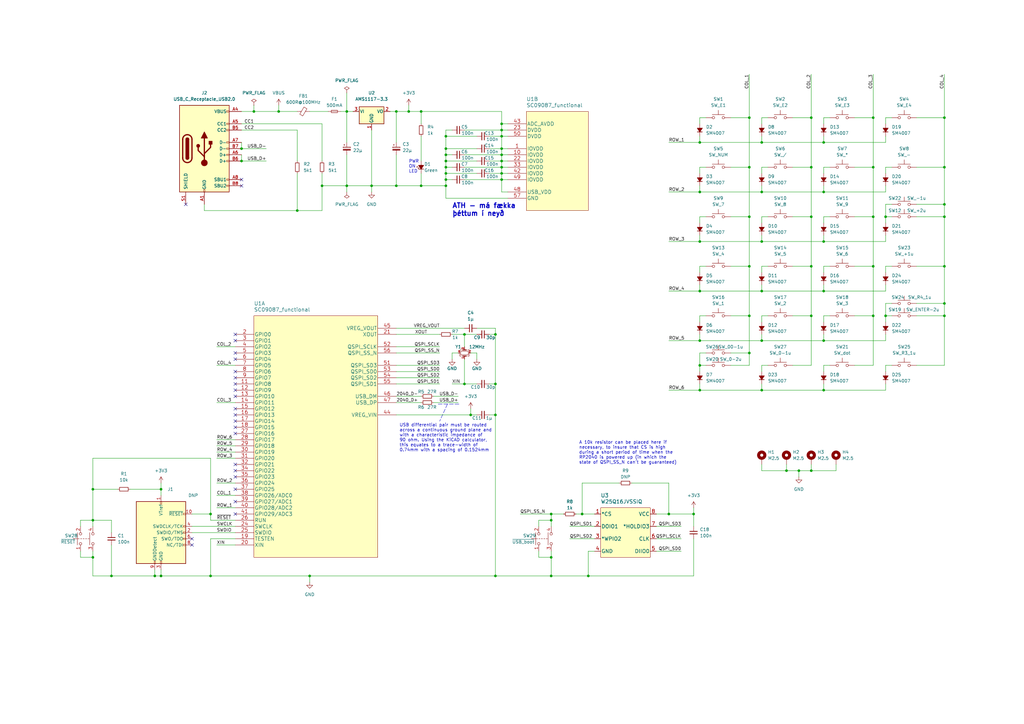
<source format=kicad_sch>
(kicad_sch (version 20211123) (generator eeschema)
  (paper "A3")
  (junction (at 190.5 137.16))
  (junction (at 121.92 86.36))
  (junction (at 205.74 66.04))
  (junction (at 287.02 139.7))
  (junction (at 337.82 99.06))
  (junction (at 387.35 124.46))
  (junction (at 287.02 160.02))
  (junction (at 66.04 236.22))
  (junction (at 387.35 109.22))
  (junction (at 327.66 193.04))
  (junction (at 86.36 236.22))
  (junction (at 205.74 50.8))
  (junction (at 387.35 88.9))
  (junction (at 358.14 48.26))
  (junction (at 387.35 68.58))
  (junction (at 307.34 68.58))
  (junction (at 205.74 68.58))
  (junction (at 63.5 236.22))
  (junction (at 182.88 68.58))
  (junction (at 337.82 119.38))
  (junction (at 152.4 76.2))
  (junction (at 226.06 210.82))
  (junction (at 203.2 170.18))
  (junction (at 205.74 53.34))
  (junction (at 287.02 99.06))
  (junction (at 203.2 236.22))
  (junction (at 205.74 63.5))
  (junction (at 226.06 213.36))
  (junction (at 332.74 88.9))
  (junction (at 312.42 160.02))
  (junction (at 226.06 236.22))
  (junction (at 205.74 73.66))
  (junction (at 358.14 129.54))
  (junction (at 182.88 60.96))
  (junction (at 287.02 58.42))
  (junction (at 387.35 83.82))
  (junction (at 312.42 78.74))
  (junction (at 182.88 66.04))
  (junction (at 99.06 66.04))
  (junction (at 358.14 68.58))
  (junction (at 307.34 109.22))
  (junction (at 322.58 193.04))
  (junction (at 190.5 157.48))
  (junction (at 38.1 213.36))
  (junction (at 312.42 58.42))
  (junction (at 172.72 45.72))
  (junction (at 363.22 88.9))
  (junction (at 307.34 88.9))
  (junction (at 337.82 78.74))
  (junction (at 162.56 45.72))
  (junction (at 332.74 129.54))
  (junction (at 287.02 119.38))
  (junction (at 387.35 129.54))
  (junction (at 307.34 144.78))
  (junction (at 312.42 119.38))
  (junction (at 45.72 236.22))
  (junction (at 205.74 71.12))
  (junction (at 337.82 139.7))
  (junction (at 205.74 60.96))
  (junction (at 387.35 48.26))
  (junction (at 142.24 45.72))
  (junction (at 307.34 48.26))
  (junction (at 284.48 210.82))
  (junction (at 182.88 55.88))
  (junction (at 307.34 129.54))
  (junction (at 132.08 76.2))
  (junction (at 287.02 149.86))
  (junction (at 38.1 228.6))
  (junction (at 172.72 76.2))
  (junction (at 99.06 60.96))
  (junction (at 38.1 200.66))
  (junction (at 274.32 210.82))
  (junction (at 182.88 73.66))
  (junction (at 66.04 200.66))
  (junction (at 287.02 78.74))
  (junction (at 226.06 228.6))
  (junction (at 182.88 76.2))
  (junction (at 127 236.22))
  (junction (at 205.74 55.88))
  (junction (at 114.3 45.72))
  (junction (at 332.74 109.22))
  (junction (at 86.36 210.82))
  (junction (at 182.88 63.5))
  (junction (at 193.04 170.18))
  (junction (at 358.14 109.22))
  (junction (at 332.74 48.26))
  (junction (at 238.76 210.82))
  (junction (at 363.22 129.54))
  (junction (at 142.24 76.2))
  (junction (at 241.3 236.22))
  (junction (at 104.14 45.72))
  (junction (at 203.2 157.48))
  (junction (at 162.56 76.2))
  (junction (at 337.82 160.02))
  (junction (at 332.74 68.58))
  (junction (at 167.64 45.72))
  (junction (at 332.74 193.04))
  (junction (at 312.42 99.06))
  (junction (at 337.82 58.42))
  (junction (at 203.2 137.16))
  (junction (at 312.42 139.7))
  (junction (at 358.14 88.9))
  (junction (at 182.88 71.12))
  (no_connect (at 96.52 154.94))
  (no_connect (at 96.52 172.72))
  (no_connect (at 96.52 137.16))
  (no_connect (at 96.52 175.26))
  (no_connect (at 96.52 167.64))
  (no_connect (at 96.52 170.18))
  (no_connect (at 96.52 210.82))
  (no_connect (at 96.52 195.58))
  (no_connect (at 96.52 205.74))
  (no_connect (at 96.52 193.04))
  (no_connect (at 96.52 200.66))
  (no_connect (at 96.52 190.5))
  (no_connect (at 96.52 162.56))
  (no_connect (at 96.52 160.02))
  (no_connect (at 96.52 139.7))
  (no_connect (at 96.52 177.8))
  (no_connect (at 78.74 223.52))
  (no_connect (at 78.74 220.98))
  (no_connect (at 96.52 157.48))
  (no_connect (at 76.2 83.82))
  (no_connect (at 96.52 147.32))
  (no_connect (at 96.52 144.78))
  (no_connect (at 99.06 73.66))
  (no_connect (at 99.06 76.2))
  (no_connect (at 96.52 152.4))
  (wire (pts (xy 142.24 76.2) (xy 142.24 78.74)))
  (wire (pts (xy 88.9 182.88) (xy 96.52 182.88)))
  (wire (pts (xy 337.82 129.54) (xy 340.36 129.54)))
  (wire (pts (xy 167.64 45.72) (xy 172.72 45.72)))
  (wire (pts (xy 350.52 109.22) (xy 358.14 109.22)))
  (polyline (pts (xy 179.705 165.735) (xy 188.595 165.735)))
  (wire (pts (xy 287.02 96.52) (xy 287.02 99.06)))
  (wire (pts (xy 363.22 149.86) (xy 365.76 149.86)))
  (wire (pts (xy 86.36 236.22) (xy 127 236.22)))
  (wire (pts (xy 121.92 53.34) (xy 121.92 66.04)))
  (wire (pts (xy 205.74 71.12) (xy 208.28 71.12)))
  (wire (pts (xy 287.02 58.42) (xy 312.42 58.42)))
  (wire (pts (xy 38.1 200.66) (xy 38.1 213.36)))
  (wire (pts (xy 182.88 68.58) (xy 182.88 71.12)))
  (wire (pts (xy 350.52 149.86) (xy 358.14 149.86)))
  (wire (pts (xy 172.72 71.12) (xy 172.72 76.2)))
  (wire (pts (xy 358.14 129.54) (xy 358.14 149.86)))
  (wire (pts (xy 307.34 30.48) (xy 307.34 48.26)))
  (wire (pts (xy 86.36 213.36) (xy 96.52 213.36)))
  (wire (pts (xy 190.5 68.58) (xy 205.74 68.58)))
  (wire (pts (xy 287.02 99.06) (xy 312.42 99.06)))
  (wire (pts (xy 287.02 137.16) (xy 287.02 139.7)))
  (wire (pts (xy 287.02 149.86) (xy 289.56 149.86)))
  (wire (pts (xy 187.96 144.78) (xy 185.42 144.78)))
  (wire (pts (xy 312.42 190.5) (xy 312.42 193.04)))
  (wire (pts (xy 269.24 210.82) (xy 274.32 210.82)))
  (wire (pts (xy 312.42 149.86) (xy 314.96 149.86)))
  (wire (pts (xy 299.72 68.58) (xy 307.34 68.58)))
  (wire (pts (xy 162.56 162.56) (xy 172.72 162.56)))
  (wire (pts (xy 307.34 68.58) (xy 307.34 88.9)))
  (wire (pts (xy 177.8 162.56) (xy 187.96 162.56)))
  (wire (pts (xy 312.42 139.7) (xy 337.82 139.7)))
  (wire (pts (xy 287.02 160.02) (xy 312.42 160.02)))
  (wire (pts (xy 182.88 81.28) (xy 208.28 81.28)))
  (wire (pts (xy 190.5 157.48) (xy 195.58 157.48)))
  (wire (pts (xy 387.35 83.82) (xy 387.35 88.9)))
  (wire (pts (xy 269.24 226.06) (xy 279.4 226.06)))
  (wire (pts (xy 104.14 45.72) (xy 114.3 45.72)))
  (wire (pts (xy 243.84 215.9) (xy 233.68 215.9)))
  (wire (pts (xy 337.82 157.48) (xy 337.82 160.02)))
  (wire (pts (xy 88.9 185.42) (xy 96.52 185.42)))
  (wire (pts (xy 363.22 91.44) (xy 363.22 88.9)))
  (wire (pts (xy 284.48 208.28) (xy 284.48 210.82)))
  (wire (pts (xy 205.74 68.58) (xy 205.74 71.12)))
  (wire (pts (xy 287.02 68.58) (xy 289.56 68.58)))
  (wire (pts (xy 190.5 53.34) (xy 205.74 53.34)))
  (wire (pts (xy 325.12 129.54) (xy 332.74 129.54)))
  (wire (pts (xy 284.48 220.98) (xy 284.48 236.22)))
  (wire (pts (xy 182.88 76.2) (xy 182.88 81.28)))
  (wire (pts (xy 287.02 152.4) (xy 287.02 149.86)))
  (wire (pts (xy 241.3 226.06) (xy 241.3 236.22)))
  (wire (pts (xy 33.02 228.6) (xy 38.1 228.6)))
  (wire (pts (xy 220.98 213.36) (xy 226.06 213.36)))
  (wire (pts (xy 162.56 154.94) (xy 180.34 154.94)))
  (wire (pts (xy 88.9 187.96) (xy 96.52 187.96)))
  (wire (pts (xy 363.22 76.2) (xy 363.22 78.74)))
  (wire (pts (xy 387.35 124.46) (xy 387.35 129.54)))
  (wire (pts (xy 307.34 129.54) (xy 307.34 144.78)))
  (wire (pts (xy 337.82 71.12) (xy 337.82 68.58)))
  (wire (pts (xy 363.22 111.76) (xy 363.22 109.22)))
  (wire (pts (xy 205.74 50.8) (xy 205.74 53.34)))
  (wire (pts (xy 332.74 48.26) (xy 332.74 68.58)))
  (wire (pts (xy 226.06 215.9) (xy 226.06 213.36)))
  (wire (pts (xy 182.88 55.88) (xy 182.88 60.96)))
  (wire (pts (xy 66.04 198.12) (xy 66.04 200.66)))
  (wire (pts (xy 358.14 48.26) (xy 358.14 68.58)))
  (wire (pts (xy 337.82 139.7) (xy 363.22 139.7)))
  (wire (pts (xy 363.22 109.22) (xy 365.76 109.22)))
  (wire (pts (xy 375.92 109.22) (xy 387.35 109.22)))
  (wire (pts (xy 312.42 58.42) (xy 337.82 58.42)))
  (wire (pts (xy 205.74 63.5) (xy 205.74 66.04)))
  (wire (pts (xy 162.56 63.5) (xy 162.56 76.2)))
  (wire (pts (xy 45.72 236.22) (xy 63.5 236.22)))
  (wire (pts (xy 307.34 144.78) (xy 307.34 149.86)))
  (wire (pts (xy 226.06 210.82) (xy 226.06 213.36)))
  (wire (pts (xy 322.58 193.04) (xy 327.66 193.04)))
  (wire (pts (xy 142.24 45.72) (xy 142.24 58.42)))
  (wire (pts (xy 152.4 76.2) (xy 162.56 76.2)))
  (wire (pts (xy 182.88 73.66) (xy 185.42 73.66)))
  (wire (pts (xy 337.82 96.52) (xy 337.82 99.06)))
  (wire (pts (xy 78.74 215.9) (xy 96.52 215.9)))
  (wire (pts (xy 38.1 213.36) (xy 45.72 213.36)))
  (wire (pts (xy 162.56 165.1) (xy 172.72 165.1)))
  (wire (pts (xy 86.36 187.96) (xy 38.1 187.96)))
  (wire (pts (xy 337.82 116.84) (xy 337.82 119.38)))
  (wire (pts (xy 238.76 198.12) (xy 238.76 210.82)))
  (wire (pts (xy 287.02 48.26) (xy 289.56 48.26)))
  (wire (pts (xy 307.34 48.26) (xy 307.34 68.58)))
  (wire (pts (xy 337.82 160.02) (xy 363.22 160.02)))
  (wire (pts (xy 38.1 187.96) (xy 38.1 200.66)))
  (wire (pts (xy 299.72 129.54) (xy 307.34 129.54)))
  (wire (pts (xy 327.66 193.04) (xy 327.66 195.58)))
  (wire (pts (xy 142.24 63.5) (xy 142.24 76.2)))
  (wire (pts (xy 190.5 73.66) (xy 205.74 73.66)))
  (wire (pts (xy 127 236.22) (xy 203.2 236.22)))
  (wire (pts (xy 350.52 88.9) (xy 358.14 88.9)))
  (wire (pts (xy 200.66 157.48) (xy 203.2 157.48)))
  (wire (pts (xy 162.56 134.62) (xy 190.5 134.62)))
  (wire (pts (xy 195.58 134.62) (xy 203.2 134.62)))
  (wire (pts (xy 195.58 170.18) (xy 193.04 170.18)))
  (wire (pts (xy 363.22 50.8) (xy 363.22 48.26)))
  (wire (pts (xy 387.35 109.22) (xy 387.35 124.46)))
  (wire (pts (xy 200.66 137.16) (xy 203.2 137.16)))
  (wire (pts (xy 363.22 83.82) (xy 363.22 88.9)))
  (wire (pts (xy 185.42 144.78) (xy 185.42 147.32)))
  (wire (pts (xy 287.02 55.88) (xy 287.02 58.42)))
  (wire (pts (xy 162.56 45.72) (xy 162.56 58.42)))
  (wire (pts (xy 332.74 88.9) (xy 332.74 109.22)))
  (wire (pts (xy 375.92 124.46) (xy 387.35 124.46)))
  (wire (pts (xy 337.82 91.44) (xy 337.82 88.9)))
  (wire (pts (xy 162.56 142.24) (xy 180.34 142.24)))
  (wire (pts (xy 358.14 109.22) (xy 358.14 129.54)))
  (wire (pts (xy 121.92 86.36) (xy 121.92 71.12)))
  (wire (pts (xy 387.35 48.26) (xy 387.35 68.58)))
  (wire (pts (xy 182.88 71.12) (xy 182.88 73.66)))
  (wire (pts (xy 88.9 208.28) (xy 96.52 208.28)))
  (wire (pts (xy 312.42 96.52) (xy 312.42 99.06)))
  (wire (pts (xy 205.74 66.04) (xy 208.28 66.04)))
  (wire (pts (xy 205.74 53.34) (xy 205.74 55.88)))
  (wire (pts (xy 86.36 210.82) (xy 86.36 187.96)))
  (wire (pts (xy 182.88 55.88) (xy 195.58 55.88)))
  (wire (pts (xy 220.98 226.06) (xy 220.98 228.6)))
  (wire (pts (xy 287.02 132.08) (xy 287.02 129.54)))
  (wire (pts (xy 312.42 152.4) (xy 312.42 149.86)))
  (wire (pts (xy 287.02 91.44) (xy 287.02 88.9)))
  (wire (pts (xy 88.9 180.34) (xy 96.52 180.34)))
  (wire (pts (xy 325.12 88.9) (xy 332.74 88.9)))
  (wire (pts (xy 337.82 88.9) (xy 340.36 88.9)))
  (wire (pts (xy 45.72 223.52) (xy 45.72 236.22)))
  (wire (pts (xy 312.42 55.88) (xy 312.42 58.42)))
  (wire (pts (xy 205.74 55.88) (xy 208.28 55.88)))
  (wire (pts (xy 162.56 157.48) (xy 180.34 157.48)))
  (wire (pts (xy 88.9 223.52) (xy 96.52 223.52)))
  (wire (pts (xy 185.42 137.16) (xy 190.5 137.16)))
  (wire (pts (xy 287.02 78.74) (xy 312.42 78.74)))
  (wire (pts (xy 33.02 226.06) (xy 33.02 228.6)))
  (wire (pts (xy 375.92 149.86) (xy 387.35 149.86)))
  (wire (pts (xy 312.42 116.84) (xy 312.42 119.38)))
  (wire (pts (xy 287.02 50.8) (xy 287.02 48.26)))
  (wire (pts (xy 53.34 200.66) (xy 66.04 200.66)))
  (wire (pts (xy 99.06 50.8) (xy 132.08 50.8)))
  (wire (pts (xy 299.72 149.86) (xy 307.34 149.86)))
  (wire (pts (xy 193.04 144.78) (xy 195.58 144.78)))
  (wire (pts (xy 337.82 58.42) (xy 363.22 58.42)))
  (wire (pts (xy 162.56 144.78) (xy 180.34 144.78)))
  (wire (pts (xy 312.42 193.04) (xy 322.58 193.04)))
  (wire (pts (xy 312.42 129.54) (xy 314.96 129.54)))
  (wire (pts (xy 289.56 144.78) (xy 287.02 144.78)))
  (wire (pts (xy 312.42 119.38) (xy 337.82 119.38)))
  (wire (pts (xy 99.06 53.34) (xy 121.92 53.34)))
  (wire (pts (xy 287.02 119.38) (xy 312.42 119.38)))
  (wire (pts (xy 241.3 236.22) (xy 284.48 236.22)))
  (wire (pts (xy 195.58 60.96) (xy 182.88 60.96)))
  (wire (pts (xy 226.06 228.6) (xy 226.06 226.06)))
  (wire (pts (xy 375.92 83.82) (xy 387.35 83.82)))
  (wire (pts (xy 132.08 76.2) (xy 132.08 86.36)))
  (wire (pts (xy 127 45.72) (xy 134.62 45.72)))
  (wire (pts (xy 325.12 149.86) (xy 332.74 149.86)))
  (wire (pts (xy 66.04 233.68) (xy 66.04 236.22)))
  (wire (pts (xy 363.22 88.9) (xy 365.76 88.9)))
  (wire (pts (xy 162.56 170.18) (xy 193.04 170.18)))
  (wire (pts (xy 66.04 203.2) (xy 66.04 200.66)))
  (wire (pts (xy 312.42 91.44) (xy 312.42 88.9)))
  (wire (pts (xy 226.06 236.22) (xy 241.3 236.22)))
  (wire (pts (xy 203.2 157.48) (xy 203.2 170.18)))
  (wire (pts (xy 375.92 68.58) (xy 387.35 68.58)))
  (wire (pts (xy 337.82 137.16) (xy 337.82 139.7)))
  (wire (pts (xy 205.74 78.74) (xy 208.28 78.74)))
  (wire (pts (xy 363.22 137.16) (xy 363.22 139.7)))
  (wire (pts (xy 269.24 215.9) (xy 279.4 215.9)))
  (wire (pts (xy 337.82 132.08) (xy 337.82 129.54)))
  (wire (pts (xy 200.66 66.04) (xy 205.74 66.04)))
  (wire (pts (xy 269.24 220.98) (xy 279.4 220.98)))
  (wire (pts (xy 274.32 139.7) (xy 287.02 139.7)))
  (wire (pts (xy 182.88 53.34) (xy 185.42 53.34)))
  (wire (pts (xy 375.92 88.9) (xy 387.35 88.9)))
  (wire (pts (xy 332.74 30.48) (xy 332.74 48.26)))
  (wire (pts (xy 312.42 160.02) (xy 337.82 160.02)))
  (wire (pts (xy 287.02 109.22) (xy 289.56 109.22)))
  (wire (pts (xy 185.42 157.48) (xy 190.5 157.48)))
  (wire (pts (xy 363.22 68.58) (xy 365.76 68.58)))
  (wire (pts (xy 274.32 78.74) (xy 287.02 78.74)))
  (wire (pts (xy 152.4 76.2) (xy 152.4 78.74)))
  (wire (pts (xy 99.06 60.96) (xy 99.06 58.42)))
  (wire (pts (xy 205.74 63.5) (xy 208.28 63.5)))
  (wire (pts (xy 190.5 137.16) (xy 190.5 142.24)))
  (wire (pts (xy 358.14 30.48) (xy 358.14 48.26)))
  (wire (pts (xy 274.32 58.42) (xy 287.02 58.42)))
  (wire (pts (xy 312.42 68.58) (xy 314.96 68.58)))
  (wire (pts (xy 114.3 43.18) (xy 114.3 45.72)))
  (wire (pts (xy 88.9 198.12) (xy 96.52 198.12)))
  (wire (pts (xy 104.14 43.18) (xy 104.14 45.72)))
  (wire (pts (xy 88.9 149.86) (xy 96.52 149.86)))
  (wire (pts (xy 99.06 60.96) (xy 109.22 60.96)))
  (wire (pts (xy 299.72 109.22) (xy 307.34 109.22)))
  (wire (pts (xy 127 236.22) (xy 127 238.76)))
  (wire (pts (xy 195.58 144.78) (xy 195.58 147.32)))
  (wire (pts (xy 38.1 236.22) (xy 45.72 236.22)))
  (wire (pts (xy 205.74 66.04) (xy 205.74 68.58)))
  (wire (pts (xy 337.82 68.58) (xy 340.36 68.58)))
  (wire (pts (xy 83.82 83.82) (xy 83.82 86.36)))
  (wire (pts (xy 287.02 71.12) (xy 287.02 68.58)))
  (wire (pts (xy 83.82 86.36) (xy 121.92 86.36)))
  (wire (pts (xy 99.06 45.72) (xy 104.14 45.72)))
  (wire (pts (xy 363.22 152.4) (xy 363.22 149.86)))
  (wire (pts (xy 337.82 48.26) (xy 340.36 48.26)))
  (wire (pts (xy 203.2 134.62) (xy 203.2 137.16)))
  (wire (pts (xy 287.02 144.78) (xy 287.02 149.86)))
  (wire (pts (xy 322.58 190.5) (xy 322.58 193.04)))
  (wire (pts (xy 312.42 76.2) (xy 312.42 78.74)))
  (wire (pts (xy 299.72 144.78) (xy 307.34 144.78)))
  (wire (pts (xy 205.74 60.96) (xy 208.28 60.96)))
  (wire (pts (xy 205.74 53.34) (xy 208.28 53.34)))
  (wire (pts (xy 205.74 71.12) (xy 205.74 73.66)))
  (wire (pts (xy 182.88 66.04) (xy 182.88 68.58)))
  (wire (pts (xy 325.12 109.22) (xy 332.74 109.22)))
  (wire (pts (xy 132.08 50.8) (xy 132.08 66.04)))
  (wire (pts (xy 332.74 129.54) (xy 332.74 149.86)))
  (wire (pts (xy 78.74 210.82) (xy 86.36 210.82)))
  (wire (pts (xy 337.82 55.88) (xy 337.82 58.42)))
  (wire (pts (xy 287.02 139.7) (xy 312.42 139.7)))
  (wire (pts (xy 33.02 215.9) (xy 33.02 213.36)))
  (polyline (pts (xy 183.515 165.735) (xy 180.34 172.72)))
  (wire (pts (xy 363.22 96.52) (xy 363.22 99.06)))
  (wire (pts (xy 205.74 50.8) (xy 208.28 50.8)))
  (wire (pts (xy 205.74 73.66) (xy 208.28 73.66)))
  (wire (pts (xy 203.2 137.16) (xy 203.2 157.48)))
  (wire (pts (xy 312.42 48.26) (xy 314.96 48.26)))
  (wire (pts (xy 312.42 88.9) (xy 314.96 88.9)))
  (wire (pts (xy 132.08 71.12) (xy 132.08 76.2)))
  (wire (pts (xy 162.56 152.4) (xy 180.34 152.4)))
  (wire (pts (xy 205.74 68.58) (xy 208.28 68.58)))
  (wire (pts (xy 287.02 116.84) (xy 287.02 119.38)))
  (wire (pts (xy 99.06 66.04) (xy 109.22 66.04)))
  (wire (pts (xy 365.76 83.82) (xy 363.22 83.82)))
  (wire (pts (xy 312.42 50.8) (xy 312.42 48.26)))
  (wire (pts (xy 243.84 220.98) (xy 233.68 220.98)))
  (wire (pts (xy 287.02 111.76) (xy 287.02 109.22)))
  (wire (pts (xy 152.4 53.34) (xy 152.4 76.2)))
  (wire (pts (xy 121.92 86.36) (xy 132.08 86.36)))
  (wire (pts (xy 312.42 78.74) (xy 337.82 78.74)))
  (wire (pts (xy 213.36 210.82) (xy 226.06 210.82)))
  (wire (pts (xy 337.82 149.86) (xy 340.36 149.86)))
  (wire (pts (xy 142.24 76.2) (xy 152.4 76.2)))
  (wire (pts (xy 182.88 73.66) (xy 182.88 76.2)))
  (wire (pts (xy 363.22 48.26) (xy 365.76 48.26)))
  (wire (pts (xy 307.34 109.22) (xy 307.34 129.54)))
  (wire (pts (xy 358.14 88.9) (xy 358.14 109.22)))
  (wire (pts (xy 200.66 170.18) (xy 203.2 170.18)))
  (wire (pts (xy 45.72 218.44) (xy 45.72 213.36)))
  (wire (pts (xy 363.22 124.46) (xy 363.22 129.54)))
  (wire (pts (xy 254 198.12) (xy 238.76 198.12)))
  (wire (pts (xy 363.22 132.08) (xy 363.22 129.54)))
  (wire (pts (xy 99.06 66.04) (xy 99.06 63.5)))
  (wire (pts (xy 182.88 53.34) (xy 182.88 55.88)))
  (wire (pts (xy 162.56 149.86) (xy 180.34 149.86)))
  (wire (pts (xy 38.1 200.66) (xy 48.26 200.66)))
  (wire (pts (xy 337.82 152.4) (xy 337.82 149.86)))
  (wire (pts (xy 363.22 116.84) (xy 363.22 119.38)))
  (wire (pts (xy 274.32 198.12) (xy 259.08 198.12)))
  (wire (pts (xy 38.1 228.6) (xy 38.1 236.22)))
  (wire (pts (xy 78.74 218.44) (xy 96.52 218.44)))
  (wire (pts (xy 332.74 190.5) (xy 332.74 193.04)))
  (wire (pts (xy 63.5 236.22) (xy 66.04 236.22)))
  (wire (pts (xy 190.5 147.32) (xy 190.5 157.48)))
  (wire (pts (xy 182.88 66.04) (xy 195.58 66.04)))
  (wire (pts (xy 325.12 68.58) (xy 332.74 68.58)))
  (wire (pts (xy 190.5 137.16) (xy 195.58 137.16)))
  (wire (pts (xy 185.42 68.58) (xy 182.88 68.58)))
  (wire (pts (xy 307.34 88.9) (xy 307.34 109.22)))
  (wire (pts (xy 86.36 210.82) (xy 86.36 213.36)))
  (wire (pts (xy 342.9 190.5) (xy 342.9 193.04)))
  (wire (pts (xy 274.32 210.82) (xy 274.32 198.12)))
  (wire (pts (xy 66.04 236.22) (xy 86.36 236.22)))
  (wire (pts (xy 312.42 99.06) (xy 337.82 99.06)))
  (wire (pts (xy 142.24 45.72) (xy 144.78 45.72)))
  (wire (pts (xy 274.32 99.06) (xy 287.02 99.06)))
  (wire (pts (xy 284.48 210.82) (xy 284.48 215.9)))
  (wire (pts (xy 195.58 71.12) (xy 182.88 71.12)))
  (wire (pts (xy 387.35 30.48) (xy 387.35 48.26)))
  (wire (pts (xy 365.76 124.46) (xy 363.22 124.46)))
  (wire (pts (xy 167.64 43.18) (xy 167.64 45.72)))
  (wire (pts (xy 358.14 68.58) (xy 358.14 88.9)))
  (wire (pts (xy 172.72 55.88) (xy 172.72 66.04)))
  (wire (pts (xy 387.35 88.9) (xy 387.35 109.22)))
  (wire (pts (xy 205.74 55.88) (xy 205.74 60.96)))
  (wire (pts (xy 332.74 68.58) (xy 332.74 88.9)))
  (wire (pts (xy 226.06 210.82) (xy 231.14 210.82)))
  (wire (pts (xy 238.76 210.82) (xy 243.84 210.82)))
  (wire (pts (xy 375.92 129.54) (xy 387.35 129.54)))
  (wire (pts (xy 162.56 137.16) (xy 180.34 137.16)))
  (wire (pts (xy 287.02 157.48) (xy 287.02 160.02)))
  (wire (pts (xy 220.98 228.6) (xy 226.06 228.6)))
  (wire (pts (xy 312.42 157.48) (xy 312.42 160.02)))
  (wire (pts (xy 185.42 63.5) (xy 182.88 63.5)))
  (wire (pts (xy 337.82 50.8) (xy 337.82 48.26)))
  (wire (pts (xy 337.82 109.22) (xy 340.36 109.22)))
  (wire (pts (xy 88.9 142.24) (xy 96.52 142.24)))
  (wire (pts (xy 363.22 129.54) (xy 365.76 129.54)))
  (wire (pts (xy 200.66 55.88) (xy 205.74 55.88)))
  (wire (pts (xy 312.42 71.12) (xy 312.42 68.58)))
  (wire (pts (xy 337.82 76.2) (xy 337.82 78.74)))
  (wire (pts (xy 38.1 213.36) (xy 38.1 215.9)))
  (wire (pts (xy 243.84 226.06) (xy 241.3 226.06)))
  (wire (pts (xy 160.02 45.72) (xy 162.56 45.72)))
  (wire (pts (xy 312.42 132.08) (xy 312.42 129.54)))
  (wire (pts (xy 172.72 45.72) (xy 205.74 45.72)))
  (wire (pts (xy 332.74 193.04) (xy 342.9 193.04)))
  (wire (pts (xy 312.42 109.22) (xy 314.96 109.22)))
  (wire (pts (xy 182.88 63.5) (xy 182.88 66.04)))
  (wire (pts (xy 337.82 111.76) (xy 337.82 109.22)))
  (wire (pts (xy 387.35 129.54) (xy 387.35 149.86)))
  (wire (pts (xy 162.56 45.72) (xy 167.64 45.72)))
  (wire (pts (xy 337.82 99.06) (xy 363.22 99.06)))
  (wire (pts (xy 205.74 60.96) (xy 205.74 63.5)))
  (wire (pts (xy 220.98 215.9) (xy 220.98 213.36)))
  (wire (pts (xy 332.74 109.22) (xy 332.74 129.54)))
  (wire (pts (xy 274.32 160.02) (xy 287.02 160.02)))
  (wire (pts (xy 312.42 137.16) (xy 312.42 139.7)))
  (wire (pts (xy 363.22 55.88) (xy 363.22 58.42)))
  (wire (pts (xy 182.88 60.96) (xy 182.88 63.5)))
  (wire (pts (xy 363.22 157.48) (xy 363.22 160.02)))
  (wire (pts (xy 299.72 88.9) (xy 307.34 88.9)))
  (wire (pts (xy 337.82 119.38) (xy 363.22 119.38)))
  (wire (pts (xy 33.02 213.36) (xy 38.1 213.36)))
  (wire (pts (xy 238.76 210.82) (xy 236.22 210.82)))
  (wire (pts (xy 375.92 48.26) (xy 387.35 48.26)))
  (wire (pts (xy 387.35 68.58) (xy 387.35 83.82)))
  (wire (pts (xy 363.22 71.12) (xy 363.22 68.58)))
  (wire (pts (xy 203.2 170.18) (xy 203.2 236.22)))
  (wire (pts (xy 142.24 38.1) (xy 142.24 45.72)))
  (wire (pts (xy 226.06 236.22) (xy 226.06 228.6)))
  (wire (pts (xy 96.52 220.98) (xy 86.36 220.98)))
  (wire (pts (xy 287.02 76.2) (xy 287.02 78.74)))
  (wire (pts (xy 203.2 236.22) (xy 226.06 236.22)))
  (wire (pts (xy 350.52 129.54) (xy 358.14 129.54)))
  (wire (pts (xy 337.82 78.74) (xy 363.22 78.74)))
  (wire (pts (xy 200.66 71.12) (xy 205.74 71.12)))
  (wire (pts (xy 177.8 165.1) (xy 187.96 165.1)))
  (wire (pts (xy 132.08 76.2) (xy 142.24 76.2)))
  (wire (pts (xy 172.72 50.8) (xy 172.72 45.72)))
  (wire (pts (xy 350.52 48.26) (xy 358.14 48.26)))
  (wire (pts (xy 63.5 233.68) (xy 63.5 236.22)))
  (wire (pts (xy 325.12 48.26) (xy 332.74 48.26)))
  (wire (pts (xy 38.1 226.06) (xy 38.1 228.6)))
  (wire (pts (xy 114.3 45.72) (xy 121.92 45.72)))
  (wire (pts (xy 190.5 63.5) (xy 205.74 63.5)))
  (wire (pts (xy 162.56 76.2) (xy 172.72 76.2)))
  (wire (pts (xy 88.9 203.2) (xy 96.52 203.2)))
  (wire (pts (xy 205.74 73.66) (xy 205.74 78.74)))
  (wire (pts (xy 86.36 220.98) (xy 86.36 236.22)))
  (wire (pts (xy 287.02 129.54) (xy 289.56 129.54)))
  (wire (pts (xy 350.52 68.58) (xy 358.14 68.58)))
  (wire (pts (xy 193.04 167.64) (xy 193.04 170.18)))
  (wire (pts (xy 139.7 45.72) (xy 142.24 45.72)))
  (wire (pts (xy 274.32 210.82) (xy 284.48 210.82)))
  (wire (pts (xy 299.72 48.26) (xy 307.34 48.26)))
  (wire (pts (xy 287.02 88.9) (xy 289.56 88.9)))
  (wire (pts (xy 312.42 111.76) (xy 312.42 109.22)))
  (wire (pts (xy 88.9 165.1) (xy 96.52 165.1)))
  (wire (pts (xy 200.66 60.96) (xy 205.74 60.96)))
  (wire (pts (xy 274.32 119.38) (xy 287.02 119.38)))
  (wire (pts (xy 327.66 193.04) (xy 332.74 193.04)))
  (wire (pts (xy 205.74 45.72) (xy 205.74 50.8)))
  (wire (pts (xy 172.72 76.2) (xy 182.88 76.2)))
  (text "PWR\nON\nLED" (at 167.64 71.12 0) (effects (font (size 1.27 1.27)) (justify left bottom)))
  (text "ATH - má fækka\nþéttum í neyð" (at 185.42 88.9 0) (effects (font (size 2 2) (thickness 0.4) bold) (justify left bottom)))
  (text "A 10k resistor can be placed here if\nnecessary, to insure that CS is high\nduring a short period of time when the\nRP2040 is powered up (in which the\nstate of QSPI_SS_N can't be guaranteed)" (at 237.49 190.5 0) (effects (font (size 1.27 1.27)) (justify left bottom)))
  (text "USB differential pair must be routed\nacross a continuous ground plane and\nwith a characteristic impedance of\n90 ohm. Using the KiCAD calculator,\nthis equates to a trace-width of\n0.74mm with a spacing of 0.1524mm" (at 163.83 185.42 0) (effects (font (size 1.27 1.27)) (justify left bottom)))
  (label "ROW_6" (at 88.9 180.34 0))
  (label "ROW_4" (at 88.9 185.42 0))
  (label "ROW_2" (at 88.9 198.12 0))
  (label "ROW_5" (at 88.9 182.88 0))
  (label "COL_3" (at 358.14 30.48 270))
  (label "COL_2" (at 332.74 30.48 270))
  (label "2040_D+" (at 171.45 165.1 180))
  (label "COL_2" (at 88.9 142.24 0))
  (label "ROW_1" (at 88.9 208.28 0))
  (label "QSPI_SD3" (at 279.4 215.9 180))
  (label "ROW_3" (at 88.9 187.96 0))
  (label "USB_D-" (at 187.96 162.56 180))
  (label "~{RESET}" (at 88.9 213.36 0))
  (label "ROW_5" (at 274.32 139.7 0))
  (label "COL_4" (at 387.35 30.48 270))
  (label "SWCLK" (at 88.9 215.9 0))
  (label "QSPI_SD2" (at 233.68 220.98 0))
  (label "XOUT" (at 175.26 137.16 180))
  (label "ROW_1" (at 274.32 58.42 0))
  (label "COL_3" (at 88.9 165.1 0))
  (label "QSPI_SD1" (at 180.34 157.48 180))
  (label "ROW_6" (at 274.32 160.02 0))
  (label "USB_D+" (at 187.96 165.1 180))
  (label "CC1" (at 104.14 50.8 180))
  (label "QSPI_SCLK" (at 180.34 142.24 180))
  (label "ROW_2" (at 274.32 78.74 0))
  (label "QSPI_SD0" (at 279.4 226.06 180))
  (label "QSPI_SS_N" (at 180.34 144.78 180))
  (label "ROW_4" (at 274.32 119.38 0))
  (label "ROW_3" (at 274.32 99.06 0))
  (label "QSPI_SCLK" (at 279.4 220.98 180))
  (label "QSPI_SS_N" (at 213.36 210.82 0))
  (label "CC2" (at 104.14 53.34 180))
  (label "2040_D-" (at 171.45 162.56 180))
  (label "QSPI_SD2" (at 180.34 154.94 180))
  (label "COL_1" (at 88.9 203.2 0))
  (label "VREG_VOUT" (at 180.34 134.62 180))
  (label "USB_D+" (at 109.22 66.04 180))
  (label "QSPI_SD1" (at 233.68 215.9 0))
  (label "QSPI_SD3" (at 180.34 149.86 180))
  (label "XIN" (at 185.42 157.48 0))
  (label "USB_D-" (at 109.22 60.96 180))
  (label "XIN" (at 88.9 223.52 0))
  (label "SWDIO" (at 88.9 218.44 0))
  (label "COL_4" (at 88.9 149.86 0))
  (label "COL_1" (at 307.34 30.48 270))
  (label "QSPI_SD0" (at 180.34 152.4 180))
  (symbol (lib_id "Device:C_Small") (at 187.96 68.58 270) (unit 1)
    (property "Reference" "C7" (at 190.5 67.31 90))
    (property "Value" "100n" (at 191.77 69.85 90))
    (property "Footprint" "Capacitor_SMD:C_0402_1005Metric" (effects hide))
  )
  (symbol (lib_id "Device:D_Small_Filled") (at 337.82 134.62 90) (unit 1)
    (property "Reference" "D17" (at 340.36 133.3499 90) (effects (justify right)))
    (property "Value" "SM4007" (at 340.36 135.8899 90) (effects (justify right)))
    (property "Footprint" "Diode_SMD:D_SOD-123F" (effects hide))
  )
  (symbol (lib_id "Device:D_Small_Filled") (at 312.42 134.62 90) (unit 1)
    (property "Reference" "D12" (at 314.96 133.3499 90) (effects (justify right)))
    (property "Value" "SM4007" (at 314.96 135.8899 90) (effects (justify right)))
    (property "Footprint" "Diode_SMD:D_SOD-123F" (effects hide))
  )
  (symbol (lib_id "Device:D_Small_Filled") (at 363.22 114.3 90) (unit 1)
    (property "Reference" "D24" (at 365.76 113.03 90) (effects (justify right)))
    (property "Value" "SM4007" (at 365.76 115.57 90) (effects (justify right)))
    (property "Footprint" "Diode_SMD:D_SOD-123F" (effects hide))
  )
  (symbol (lib_id "Device:D_Small_Filled") (at 337.82 154.94 90) (unit 1)
    (property "Reference" "D18" (at 340.36 153.6699 90) (effects (justify right)))
    (property "Value" "SM4007" (at 340.36 156.2099 90) (effects (justify right)))
    (property "Footprint" "Diode_SMD:D_SOD-123F" (effects hide))
  )
  (symbol (lib_id "Switch:SW_Push") (at 345.44 149.86 0) (unit 1)
    (property "Reference" "SW21" (at 345.44 142.24 0))
    (property "Value" "SW_dot" (at 345.44 144.78 0))
    (property "Footprint" "MPad2040:SW_Cherry_MX_1.00u_R3" (effects hide))
  )
  (symbol (lib_id "Switch:SW_Push") (at 345.44 48.26 0) (unit 1)
    (property "Reference" "SW3" (at 345.44 40.64 0))
    (property "Value" "SW_E3" (at 345.44 43.18 0))
    (property "Footprint" "MPad2040:SW_Cherry_MX_1.00u_R1" (effects hide))
  )
  (symbol (lib_id "MPad2040:SC09087_functional") (at 208.28 50.8 0) (unit 2)
    (property "Reference" "U1" (at 215.9 40.64 0) (effects (font (size 1.524 1.524)) (justify left)))
    (property "Value" "SC09087_functional" (at 215.9 43.18 0) (effects (font (size 1.524 1.524)) (justify left)))
    (property "Footprint" "MPad2040:SC09087" (effects hide))
  )
  (symbol (lib_id "Device:R_Small") (at 175.26 162.56 90) (unit 1)
    (property "Reference" "R5" (at 172.72 160.655 90))
    (property "Value" "27R" (at 177.165 160.655 90))
    (property "Footprint" "Resistor_SMD:R_0603_1608Metric" (effects hide))
  )
  (symbol (lib_id "Switch:SW_Push") (at 345.44 68.58 0) (unit 1)
    (property "Reference" "SW7" (at 345.44 60.96 0))
    (property "Value" "SW_*" (at 345.44 63.5 0))
    (property "Footprint" "MPad2040:SW_Cherry_MX_1.00u_R1" (effects hide))
  )
  (symbol (lib_id "Switch:SW_Push_Dual") (at 33.02 220.98 90) (unit 1)
    (property "Reference" "SW28" (at 29.21 219.71 90))
    (property "Value" "~{RESET}" (at 27.94 222.25 90))
    (property "Footprint" "MPad2040:SW_TS-1187A-B-A-B" (effects hide))
  )
  (symbol (lib_id "power:PWR_FLAG") (at 104.14 43.18 0) (unit 1)
    (property "Reference" "#FLG0101" (effects hide))
    (property "Value" "PWR_FLAG" (at 104.14 38.1 0))
  )
  (symbol (lib_id "Device:C_Small") (at 187.96 73.66 270) (unit 1)
    (property "Reference" "C8" (at 190.5 72.39 90))
    (property "Value" "100n" (at 191.77 74.93 90))
    (property "Footprint" "Capacitor_SMD:C_0402_1005Metric" (effects hide))
  )
  (symbol (lib_id "Device:D_Small_Filled") (at 312.42 93.98 90) (unit 1)
    (property "Reference" "D10" (at 314.96 92.7099 90) (effects (justify right)))
    (property "Value" "SM4007" (at 314.96 95.2499 90) (effects (justify right)))
    (property "Footprint" "Diode_SMD:D_SOD-123F" (effects hide))
  )
  (symbol (lib_id "Connector:USB_C_Receptacle_USB2.0") (at 83.82 60.96 0) (unit 1)
    (property "Reference" "J2" (at 83.82 38.1 0))
    (property "Value" "USB_C_Receptacle_USB2.0" (at 83.82 40.64 0))
    (property "Footprint" "MPad2040:USB_C_Receptacle_GCT_USB4085" (effects hide))
    (property "Datasheet" "https://www.usb.org/sites/default/files/documents/usb_type-c.zip" (effects hide))
  )
  (symbol (lib_id "Switch:SW_Push") (at 370.84 124.46 0) (unit 1)
    (property "Reference" "SW24" (at 368.3 121.92 0))
    (property "Value" "SW_R4_1u" (at 377.19 121.92 0))
    (property "Footprint" "MPad2040:SW_Cherry_MX_1.00u_R4" (effects hide))
  )
  (symbol (lib_id "Switch:SW_Push") (at 370.84 109.22 0) (unit 1)
    (property "Reference" "SW23" (at 370.84 101.6 0))
    (property "Value" "SW_+1u" (at 370.84 104.14 0))
    (property "Footprint" "MPad2040:SW_Cherry_MX_1.00u_R3" (effects hide))
  )
  (symbol (lib_id "power:+3.3V") (at 284.48 208.28 0) (unit 1)
    (property "Reference" "#PWR09" (effects hide))
    (property "Value" "+3.3V" (at 284.48 203.2 0))
  )
  (symbol (lib_id "Device:D_Small_Filled") (at 287.02 73.66 90) (unit 1)
    (property "Reference" "D3" (at 289.56 72.3899 90) (effects (justify right)))
    (property "Value" "SM4007" (at 289.56 74.93 90) (effects (justify right)))
    (property "Footprint" "Diode_SMD:D_SOD-123F" (effects hide))
  )
  (symbol (lib_id "Switch:SW_Push") (at 294.64 88.9 0) (unit 1)
    (property "Reference" "SW9" (at 294.64 81.28 0))
    (property "Value" "SW_7" (at 294.64 83.82 0))
    (property "Footprint" "MPad2040:SW_Cherry_MX_1.00u_R3" (effects hide))
  )
  (symbol (lib_id "Device:R_Small") (at 175.26 165.1 90) (unit 1)
    (property "Reference" "R6" (at 172.72 167.005 90))
    (property "Value" "27R" (at 177.165 167.005 90))
    (property "Footprint" "Resistor_SMD:R_0603_1608Metric" (effects hide))
  )
  (symbol (lib_id "power:PWR_FLAG") (at 142.24 78.74 180) (unit 1)
    (property "Reference" "#FLG02" (effects hide))
    (property "Value" "PWR_FLAG" (at 142.24 83.82 0))
  )
  (symbol (lib_id "Mechanical:MountingHole_Pad") (at 322.58 187.96 0) (unit 1)
    (property "Reference" "H2" (at 325.12 185.4199 0) (effects (justify left)))
    (property "Value" "M2.5" (at 325.12 187.96 0) (effects (justify left)))
    (property "Footprint" "MountingHole:MountingHole_2.7mm_M2.5_Pad_Via" (effects hide))
  )
  (symbol (lib_id "Device:C_Small") (at 45.72 220.98 0) (unit 1)
    (property "Reference" "C1" (at 48.26 219.7162 0) (effects (justify left)))
    (property "Value" "100n" (at 48.26 222.2562 0) (effects (justify left)))
    (property "Footprint" "Capacitor_SMD:C_0402_1005Metric" (effects hide))
  )
  (symbol (lib_id "Device:FerriteBead_Small") (at 124.46 45.72 90) (unit 1)
    (property "Reference" "FB1" (at 124.4219 39.37 90))
    (property "Value" "600R@100MHz" (at 124.4219 41.91 90))
    (property "Footprint" "Inductor_SMD:L_0603_1608Metric" (effects hide))
  )
  (symbol (lib_id "Device:C_Small") (at 198.12 170.18 90) (unit 1)
    (property "Reference" "C11" (at 195.58 171.45 90))
    (property "Value" "1µ" (at 200.66 171.45 90))
    (property "Footprint" "Capacitor_SMD:C_0402_1005Metric" (effects hide))
  )
  (symbol (lib_id "Device:R_Small") (at 172.72 53.34 0) (unit 1)
    (property "Reference" "R4" (at 175.26 52.0699 0) (effects (justify left)))
    (property "Value" "1k" (at 175.26 54.6099 0) (effects (justify left)))
    (property "Footprint" "Resistor_SMD:R_0603_1608Metric" (effects hide))
  )
  (symbol (lib_id "Device:Crystal_GND24_Small") (at 190.5 144.78 90) (unit 1)
    (property "Reference" "Y1" (at 187.96 142.24 90))
    (property "Value" "12MHz" (at 195.58 142.24 90))
    (property "Footprint" "Crystal:Crystal_SMD_3225-4Pin_3.2x2.5mm" (effects hide))
  )
  (symbol (lib_id "Switch:SW_Push") (at 370.84 149.86 0) (unit 1)
    (property "Reference" "SW25" (at 370.84 142.24 0))
    (property "Value" "SW_R3_1u" (at 370.84 144.78 0))
    (property "Footprint" "MPad2040:SW_Cherry_MX_1.00u_R3" (effects hide))
  )
  (symbol (lib_id "Device:D_Small_Filled") (at 363.22 93.98 90) (unit 1)
    (property "Reference" "D21" (at 365.76 92.7099 90) (effects (justify right)))
    (property "Value" "SM4007" (at 365.76 95.2499 90) (effects (justify right)))
    (property "Footprint" "Diode_SMD:D_SOD-123F" (effects hide))
  )
  (symbol (lib_id "Device:D_Small_Filled") (at 287.02 114.3 90) (unit 1)
    (property "Reference" "D5" (at 289.56 113.0299 90) (effects (justify right)))
    (property "Value" "SM4007" (at 289.56 115.5699 90) (effects (justify right)))
    (property "Footprint" "Diode_SMD:D_SOD-123F" (effects hide))
  )
  (symbol (lib_id "power:GND") (at 327.66 195.58 0) (unit 1)
    (property "Reference" "#PWR0101" (effects hide))
    (property "Value" "GND" (at 327.66 200.66 0))
  )
  (symbol (lib_id "power:+3.3V") (at 167.64 43.18 0) (unit 1)
    (property "Reference" "#PWR05" (effects hide))
    (property "Value" "+3.3V" (at 167.64 38.1 0))
  )
  (symbol (lib_id "Device:D_Small_Filled") (at 312.42 53.34 90) (unit 1)
    (property "Reference" "D8" (at 314.96 52.0699 90) (effects (justify right)))
    (property "Value" "SM4007" (at 314.96 54.6099 90) (effects (justify right)))
    (property "Footprint" "Diode_SMD:D_SOD-123F" (effects hide))
  )
  (symbol (lib_id "Device:C_Small") (at 198.12 55.88 270) (unit 1)
    (property "Reference" "C13" (at 200.66 54.61 90))
    (property "Value" "100n" (at 201.93 57.15 90))
    (property "Footprint" "Capacitor_SMD:C_0402_1005Metric" (effects hide))
  )
  (symbol (lib_id "Device:C_Small") (at 198.12 157.48 270) (unit 1)
    (property "Reference" "C10" (at 193.04 158.75 90) (effects (justify left)))
    (property "Value" "30p" (at 199.39 158.75 90) (effects (justify left)))
    (property "Footprint" "Capacitor_SMD:C_0402_1005Metric" (effects hide))
  )
  (symbol (lib_id "Device:D_Small_Filled") (at 287.02 53.34 90) (unit 1)
    (property "Reference" "D2" (at 289.56 52.0699 90) (effects (justify right)))
    (property "Value" "SM4007" (at 289.56 54.6099 90) (effects (justify right)))
    (property "Footprint" "Diode_SMD:D_SOD-123F" (effects hide))
  )
  (symbol (lib_id "Device:C_Small") (at 284.48 218.44 0) (unit 1)
    (property "Reference" "C18" (at 287.02 217.1762 0) (effects (justify left)))
    (property "Value" "100n" (at 287.02 219.7162 0) (effects (justify left)))
    (property "Footprint" "Capacitor_SMD:C_0402_1005Metric" (effects hide))
  )
  (symbol (lib_id "power:GND") (at 152.4 78.74 0) (unit 1)
    (property "Reference" "#PWR04" (effects hide))
    (property "Value" "GND" (at 152.4 83.82 0))
  )
  (symbol (lib_id "Device:D_Small_Filled") (at 312.42 114.3 90) (unit 1)
    (property "Reference" "D11" (at 314.96 113.0299 90) (effects (justify right)))
    (property "Value" "SM4007" (at 314.96 115.5699 90) (effects (justify right)))
    (property "Footprint" "Diode_SMD:D_SOD-123F" (effects hide))
  )
  (symbol (lib_id "Device:D_Small_Filled") (at 363.22 134.62 90) (unit 1)
    (property "Reference" "D22" (at 365.76 133.3499 90) (effects (justify right)))
    (property "Value" "SM4007" (at 365.76 135.8899 90) (effects (justify right)))
    (property "Footprint" "Diode_SMD:D_SOD-123F" (effects hide))
  )
  (symbol (lib_id "Switch:SW_Push") (at 370.84 83.82 0) (unit 1)
    (property "Reference" "SW22" (at 367.03 81.28 0))
    (property "Value" "SW_-1u" (at 375.92 81.28 0))
    (property "Footprint" "MPad2040:SW_Cherry_MX_1.00u_R2" (effects hide))
  )
  (symbol (lib_id "power:GND") (at 127 238.76 0) (unit 1)
    (property "Reference" "#PWR03" (effects hide))
    (property "Value" "GND" (at 127 243.84 0))
  )
  (symbol (lib_id "Switch:SW_Push") (at 320.04 149.86 0) (unit 1)
    (property "Reference" "SW27" (at 320.04 142.24 0))
    (property "Value" "SW_0-1u" (at 320.04 144.78 0))
    (property "Footprint" "MPad2040:SW_Cherry_MX_1.00u_R3" (effects hide))
  )
  (symbol (lib_id "Device:D_Small_Filled") (at 337.82 93.98 90) (unit 1)
    (property "Reference" "D15" (at 340.36 92.7099 90) (effects (justify right)))
    (property "Value" "SM4007" (at 340.36 95.2499 90) (effects (justify right)))
    (property "Footprint" "Diode_SMD:D_SOD-123F" (effects hide))
  )
  (symbol (lib_id "Switch:SW_Push") (at 345.44 88.9 0) (unit 1)
    (property "Reference" "SW11" (at 345.44 81.28 0))
    (property "Value" "SW_9" (at 345.44 83.82 0))
    (property "Footprint" "MPad2040:SW_Cherry_MX_1.00u_R3" (effects hide))
  )
  (symbol (lib_id "power:VBUS") (at 114.3 43.18 0) (unit 1)
    (property "Reference" "#PWR02" (effects hide))
    (property "Value" "VBUS" (at 114.3 38.1 0))
  )
  (symbol (lib_id "Device:R_Small") (at 233.68 210.82 90) (unit 1)
    (property "Reference" "R8" (at 233.68 205.74 90))
    (property "Value" "1k" (at 233.68 208.28 90))
    (property "Footprint" "Resistor_SMD:R_0603_1608Metric" (effects hide))
  )
  (symbol (lib_id "Mechanical:MountingHole_Pad") (at 342.9 187.96 0) (unit 1)
    (property "Reference" "H4" (at 345.44 185.4199 0) (effects (justify left)))
    (property "Value" "M2.5" (at 345.44 187.96 0) (effects (justify left)))
    (property "Footprint" "MountingHole:MountingHole_2.7mm_M2.5_Pad_Via" (effects hide))
  )
  (symbol (lib_id "Device:C_Small") (at 198.12 66.04 270) (unit 1)
    (property "Reference" "C15" (at 200.66 64.77 90))
    (property "Value" "100n" (at 201.93 67.31 90))
    (property "Footprint" "Capacitor_SMD:C_0402_1005Metric" (effects hide))
  )
  (symbol (lib_id "Switch:SW_Push") (at 294.64 149.86 0) (unit 1)
    (property "Reference" "SW20" (at 292.1 147.32 0))
    (property "Value" "SW_0-2u" (at 299.72 147.32 0))
    (property "Footprint" "MPad2040:SW_Cherry_MX_2.00u_PCB" (effects hide))
  )
  (symbol (lib_id "Regulator_Linear:AMS1117-3.3") (at 152.4 45.72 0) (unit 1)
    (property "Reference" "U2" (at 152.4 38.1 0))
    (property "Value" "AMS1117-3.3" (at 152.4 40.64 0))
    (property "Footprint" "Package_TO_SOT_SMD:SOT-223-3_TabPin2" (effects hide))
    (property "Datasheet" "http://www.advanced-monolithic.com/pdf/ds1117.pdf" (effects hide))
  )
  (symbol (lib_id "Device:D_Small_Filled") (at 337.82 114.3 90) (unit 1)
    (property "Reference" "D16" (at 340.36 113.0299 90) (effects (justify right)))
    (property "Value" "SM4007" (at 340.36 115.5699 90) (effects (justify right)))
    (property "Footprint" "Diode_SMD:D_SOD-123F" (effects hide))
  )
  (symbol (lib_id "Switch:SW_Push") (at 345.44 109.22 0) (unit 1)
    (property "Reference" "SW15" (at 345.44 101.6 0))
    (property "Value" "SW_6" (at 345.44 104.14 0))
    (property "Footprint" "MPad2040:SW_Cherry_MX_1.00u_R3" (effects hide))
  )
  (symbol (lib_id "Device:C_Small") (at 198.12 71.12 270) (unit 1)
    (property "Reference" "C16" (at 200.66 69.85 90))
    (property "Value" "100n" (at 201.93 72.39 90))
    (property "Footprint" "Capacitor_SMD:C_0402_1005Metric" (effects hide))
  )
  (symbol (lib_id "Switch:SW_Push_Dual") (at 220.98 220.98 90) (unit 1)
    (property "Reference" "SW29" (at 217.17 219.71 90))
    (property "Value" "~{USB_boot}" (at 214.63 222.25 90))
    (property "Footprint" "MPad2040:SW_TS-1187A-B-A-B" (effects hide))
  )
  (symbol (lib_id "Switch:SW_Push") (at 320.04 109.22 0) (unit 1)
    (property "Reference" "SW14" (at 320.04 101.6 0))
    (property "Value" "SW_5" (at 320.04 104.14 0))
    (property "Footprint" "MPad2040:SW_Cherry_MX_1.00u_R3" (effects hide))
  )
  (symbol (lib_id "Device:D_Small_Filled") (at 287.02 93.98 90) (unit 1)
    (property "Reference" "D4" (at 289.56 92.7099 90) (effects (justify right)))
    (property "Value" "SM4007" (at 289.56 95.2499 90) (effects (justify right)))
    (property "Footprint" "Diode_SMD:D_SOD-123F" (effects hide))
  )
  (symbol (lib_id "Device:R_Small") (at 182.88 137.16 90) (unit 1)
    (property "Reference" "R7" (at 186.69 135.89 90))
    (property "Value" "1k" (at 186.69 138.43 90))
    (property "Footprint" "Resistor_SMD:R_0603_1608Metric" (effects hide))
  )
  (symbol (lib_id "Device:C_Small") (at 198.12 60.96 270) (unit 1)
    (property "Reference" "C14" (at 200.66 59.69 90))
    (property "Value" "100n" (at 201.93 62.23 90))
    (property "Footprint" "Capacitor_SMD:C_0402_1005Metric" (effects hide))
  )
  (symbol (lib_id "Mechanical:MountingHole_Pad") (at 332.74 187.96 0) (unit 1)
    (property "Reference" "H3" (at 335.28 185.4199 0) (effects (justify left)))
    (property "Value" "M2.5" (at 335.28 187.96 0) (effects (justify left)))
    (property "Footprint" "MountingHole:MountingHole_2.7mm_M2.5_Pad_Via" (effects hide))
  )
  (symbol (lib_id "Device:C_Small") (at 193.04 134.62 90) (unit 1)
    (property "Reference" "C4" (at 193.0463 128.27 90))
    (property "Value" "1µ" (at 193.0463 130.81 90))
    (property "Footprint" "Capacitor_SMD:C_0402_1005Metric" (effects hide))
  )
  (symbol (lib_id "power:+3V3") (at 66.04 198.12 0) (unit 1)
    (property "Reference" "#PWR01" (effects hide))
    (property "Value" "+3V3" (at 66.04 193.04 0))
  )
  (symbol (lib_id "Device:D_Small_Filled") (at 312.42 154.94 90) (unit 1)
    (property "Reference" "D23" (at 314.96 153.6699 90) (effects (justify right)))
    (property "Value" "SM4007" (at 314.96 156.2099 90) (effects (justify right)))
    (property "Footprint" "Diode_SMD:D_SOD-123F" (effects hide))
  )
  (symbol (lib_id "Mechanical:MountingHole_Pad") (at 312.42 187.96 0) (unit 1)
    (property "Reference" "H1" (at 314.96 185.4199 0) (effects (justify left)))
    (property "Value" "M2.5" (at 314.96 187.96 0) (effects (justify left)))
    (property "Footprint" "MountingHole:MountingHole_2.7mm_M2.5_Pad_Via" (effects hide))
  )
  (symbol (lib_id "Device:LED_Small_Filled") (at 172.72 68.58 90) (unit 1)
    (property "Reference" "D1" (at 173.99 67.31 90) (effects (justify right)))
    (property "Value" "Green" (at 173.99 69.85 90) (effects (justify right)))
    (property "Footprint" "LED_SMD:LED_0603_1608Metric" (effects hide))
  )
  (symbol (lib_id "Device:C_Small") (at 198.12 137.16 270) (unit 1)
    (property "Reference" "C9" (at 194.31 138.43 90) (effects (justify left)))
    (property "Value" "30p" (at 199.39 138.43 90) (effects (justify left)))
    (property "Footprint" "Capacitor_SMD:C_0402_1005Metric" (effects hide))
  )
  (symbol (lib_id "Device:R_Small") (at 121.92 68.58 0) (unit 1)
    (property "Reference" "R2" (at 124.46 67.3099 0) (effects (justify left)))
    (property "Value" "5k1" (at 124.46 69.8499 0) (effects (justify left)))
    (property "Footprint" "Resistor_SMD:R_0603_1608Metric" (effects hide))
  )
  (symbol (lib_id "Device:C_Small") (at 187.96 53.34 270) (unit 1)
    (property "Reference" "C5" (at 190.5 52.07 90))
    (property "Value" "100n" (at 191.77 54.61 90))
    (property "Footprint" "Capacitor_SMD:C_0402_1005Metric" (effects hide))
  )
  (symbol (lib_id "Device:D_Small_Filled") (at 287.02 134.62 90) (unit 1)
    (property "Reference" "D6" (at 289.56 133.3499 90) (effects (justify right)))
    (property "Value" "SM4007" (at 289.56 135.8899 90) (effects (justify right)))
    (property "Footprint" "Diode_SMD:D_SOD-123F" (effects hide))
  )
  (symbol (lib_id "Device:D_Small_Filled") (at 363.22 53.34 90) (unit 1)
    (property "Reference" "D19" (at 365.76 52.0699 90) (effects (justify right)))
    (property "Value" "SM4007" (at 365.76 54.6099 90) (effects (justify right)))
    (property "Footprint" "Diode_SMD:D_SOD-123F" (effects hide))
  )
  (symbol (lib_id "Switch:SW_Push") (at 370.84 129.54 0) (unit 1)
    (property "Reference" "SW19" (at 367.03 127 0))
    (property "Value" "SW_ENTER-2u" (at 378.46 127 0))
    (property "Footprint" "MPad2040:SW_Cherry_MX_2.00u_Vertical_PCB" (effects hide))
  )
  (symbol (lib_id "Device:R_Small") (at 256.54 198.12 90) (unit 1)
    (property "Reference" "R9" (at 256.54 193.04 90))
    (property "Value" "DNP" (at 256.54 195.58 90))
    (property "Footprint" "Resistor_SMD:R_0603_1608Metric" (effects hide))
  )
  (symbol (lib_id "Switch:SW_Push") (at 370.84 68.58 0) (unit 1)
    (property "Reference" "SW8" (at 370.84 60.96 0))
    (property "Value" "SW_-" (at 370.84 63.5 0))
    (property "Footprint" "MPad2040:SW_Cherry_MX_1.00u_R1" (effects hide))
  )
  (symbol (lib_id "Device:D_Small_Filled") (at 363.22 73.66 90) (unit 1)
    (property "Reference" "D20" (at 365.76 72.3899 90) (effects (justify right)))
    (property "Value" "SM4007" (at 365.76 74.9299 90) (effects (justify right)))
    (property "Footprint" "Diode_SMD:D_SOD-123F" (effects hide))
  )
  (symbol (lib_id "power:PWR_FLAG") (at 142.24 38.1 0) (unit 1)
    (property "Reference" "#FLG01" (effects hide))
    (property "Value" "PWR_FLAG" (at 142.24 33.02 0))
  )
  (symbol (lib_id "Switch:SW_Push") (at 320.04 129.54 0) (unit 1)
    (property "Reference" "SW17" (at 320.04 121.92 0))
    (property "Value" "SW_2" (at 320.04 124.46 0))
    (property "Footprint" "MPad2040:SW_Cherry_MX_1.00u_R4" (effects hide))
  )
  (symbol (lib_id "Switch:SW_Push") (at 294.64 68.58 0) (unit 1)
    (property "Reference" "SW5" (at 294.64 60.96 0))
    (property "Value" "SW_NUM" (at 294.64 63.5 0))
    (property "Footprint" "MPad2040:SW_Cherry_MX_1.00u_R1" (effects hide))
  )
  (symbol (lib_id "Switch:SW_Push") (at 320.04 88.9 0) (unit 1)
    (property "Reference" "SW10" (at 320.04 81.28 0))
    (property "Value" "SW_8" (at 320.04 83.82 0))
    (property "Footprint" "MPad2040:SW_Cherry_MX_1.00u_R3" (effects hide))
  )
  (symbol (lib_id "Switch:SW_Push") (at 370.84 88.9 0) (unit 1)
    (property "Reference" "SW12" (at 367.03 86.36 0))
    (property "Value" "SW_+2u" (at 375.92 86.36 0))
    (property "Footprint" "MPad2040:SW_Cherry_MX_2.00u_Vertical_PCB" (effects hide))
  )
  (symbol (lib_id "Device:D_Small_Filled") (at 337.82 53.34 90) (unit 1)
    (property "Reference" "D13" (at 340.36 52.0699 90) (effects (justify right)))
    (property "Value" "SM4007" (at 340.36 54.6099 90) (effects (justify right)))
    (property "Footprint" "Diode_SMD:D_SOD-123F" (effects hide))
  )
  (symbol (lib_id "Device:C_Small") (at 187.96 63.5 270) (unit 1)
    (property "Reference" "C6" (at 190.5 62.23 90))
    (property "Value" "100n" (at 191.77 64.77 90))
    (property "Footprint" "Capacitor_SMD:C_0402_1005Metric" (effects hide))
  )
  (symbol (lib_id "power:GND") (at 195.58 147.32 0) (unit 1)
    (property "Reference" "#PWR08" (effects hide))
    (property "Value" "GND" (at 195.58 151.13 0))
  )
  (symbol (lib_id "power:GND") (at 185.42 147.32 0) (unit 1)
    (property "Reference" "#PWR06" (effects hide))
    (property "Value" "GND" (at 185.42 151.13 0))
  )
  (symbol (lib_id "Switch:SW_Push") (at 294.64 48.26 0) (unit 1)
    (property "Reference" "SW1" (at 294.64 40.64 0))
    (property "Value" "SW_E1" (at 294.64 43.18 0))
    (property "Footprint" "MPad2040:SW_Cherry_MX_1.00u_R1" (effects hide))
  )
  (symbol (lib_id "Device:R_Small") (at 132.08 68.58 0) (unit 1)
    (property "Reference" "R3" (at 134.62 67.3099 0) (effects (justify left)))
    (property "Value" "5k1" (at 134.62 69.8499 0) (effects (justify left)))
    (property "Footprint" "Resistor_SMD:R_0603_1608Metric" (effects hide))
  )
  (symbol (lib_id "Device:R_Small") (at 50.8 200.66 90) (unit 1)
    (property "Reference" "R1" (at 50.8 194.31 90))
    (property "Value" "10k" (at 50.8 196.85 90))
    (property "Footprint" "Resistor_SMD:R_0603_1608Metric" (effects hide))
  )
  (symbol (lib_id "Switch:SW_Push") (at 294.64 129.54 0) (unit 1)
    (property "Reference" "SW16" (at 294.64 121.92 0))
    (property "Value" "SW_1" (at 294.64 124.46 0))
    (property "Footprint" "MPad2040:SW_Cherry_MX_1.00u_R4" (effects hide))
  )
  (symbol (lib_id "Switch:SW_Push") (at 294.64 109.22 0) (unit 1)
    (property "Reference" "SW13" (at 294.64 101.6 0))
    (property "Value" "SW_4" (at 294.64 104.14 0))
    (property "Footprint" "MPad2040:SW_Cherry_MX_1.00u_R3" (effects hide))
  )
  (symbol (lib_id "Device:D_Small_Filled") (at 363.22 154.94 90) (unit 1)
    (property "Reference" "D25" (at 365.76 153.6699 90) (effects (justify right)))
    (property "Value" "SM4007" (at 365.76 156.2099 90) (effects (justify right)))
    (property "Footprint" "Diode_SMD:D_SOD-123F" (effects hide))
  )
  (symbol (lib_id "Switch:SW_Push") (at 294.64 144.78 0) (unit 1)
    (property "Reference" "SW26" (at 292.1 142.24 0))
    (property "Value" "SW_00-1u" (at 299.72 142.24 0))
    (property "Footprint" "MPad2040:SW_Cherry_MX_1.00u_R3" (effects hide))
  )
  (symbol (lib_id "Switch:SW_Push") (at 320.04 68.58 0) (unit 1)
    (property "Reference" "SW6" (at 320.04 60.96 0))
    (property "Value" "SW_/" (at 320.04 63.5 0))
    (property "Footprint" "MPad2040:SW_Cherry_MX_1.00u_R1" (effects hide))
  )
  (symbol (lib_id "Device:D_Small_Filled") (at 337.82 73.66 90) (unit 1)
    (property "Reference" "D14" (at 340.36 72.3899 90) (effects (justify right)))
    (property "Value" "SM4007" (at 340.36 74.9299 90) (effects (justify right)))
    (property "Footprint" "Diode_SMD:D_SOD-123F" (effects hide))
  )
  (symbol (lib_id "Connector:Conn_ARM_JTAG_SWD_10") (at 66.04 218.44 0) (unit 1)
    (property "Reference" "J1" (at 71.12 200.66 0) (effects (justify right)))
    (property "Value" "DNP" (at 81.28 203.2 0) (effects (justify right)))
    (property "Footprint" "Connector_PinSocket_1.27mm:PinSocket_2x05_P1.27mm_Vertical_SMD" (effects hide))
    (property "Datasheet" "http://infocenter.arm.com/help/topic/com.arm.doc.ddi0314h/DDI0314H_coresight_components_trm.pdf" (effects hide))
  )
  (symbol (lib_id "Switch:SW_Push") (at 320.04 48.26 0) (unit 1)
    (property "Reference" "SW2" (at 320.04 40.64 0))
    (property "Value" "SW_E2" (at 320.04 43.18 0))
    (property "Footprint" "MPad2040:SW_Cherry_MX_1.00u_R1" (effects hide))
  )
  (symbol (lib_id "Device:Fuse_Small") (at 137.16 45.72 0) (unit 1)
    (property "Reference" "F1" (at 137.16 40.64 0))
    (property "Value" "500mA" (at 137.16 43.18 0))
    (property "Footprint" "Fuse:Fuse_1206_3216Metric" (effects hide))
  )
  (symbol (lib_id "Device:D_Small_Filled") (at 287.02 154.94 90) (unit 1)
    (property "Reference" "D7" (at 289.56 153.6699 90) (effects (justify right)))
    (property "Value" "SM4007" (at 289.56 156.2099 90) (effects (justify right)))
    (property "Footprint" "Diode_SMD:D_SOD-123F" (effects hide))
  )
  (symbol (lib_id "MPad2040:W25Q16JVSSIQ") (at 256.54 218.44 0) (unit 1)
    (property "Reference" "U3" (at 246.38 203.2 0) (effects (font (size 1.524 1.524)) (justify left)))
    (property "Value" "W25Q16JVSSIQ" (at 246.38 205.74 0) (effects (font (size 1.524 1.524)) (justify left)))
    (property "Footprint" "MPad2040:W25Q16JVSSIQ" (effects hide))
  )
  (symbol (lib_id "Device:C_Polarized_Small") (at 142.24 60.96 0) (unit 1)
    (property "Reference" "C2" (at 144.78 59.1438 0) (effects (justify left)))
    (property "Value" "22µ" (at 144.78 61.6838 0) (effects (justify left)))
    (property "Footprint" "Capacitor_Tantalum_SMD:CP_EIA-3216-18_Kemet-A" (effects hide))
  )
  (symbol (lib_id "Switch:SW_Push") (at 345.44 129.54 0) (unit 1)
    (property "Reference" "SW18" (at 345.44 121.92 0))
    (property "Value" "SW_3" (at 345.44 124.46 0))
    (property "Footprint" "MPad2040:SW_Cherry_MX_1.00u_R4" (effects hide))
  )
  (symbol (lib_id "power:+3.3V") (at 193.04 167.64 0) (unit 1)
    (property "Reference" "#PWR07" (effects hide))
    (property "Value" "+3.3V" (at 193.04 162.56 0))
  )
  (symbol (lib_id "MPad2040:SC09087_functional") (at 96.52 137.16 0) (unit 1)
    (property "Reference" "U1" (at 104.14 124.46 0) (effects (font (size 1.524 1.524)) (justify left)))
    (property "Value" "SC09087_functional" (at 104.14 127 0) (effects (font (size 1.524 1.524)) (justify left)))
    (property "Footprint" "MPad2040:SC09087" (effects hide))
  )
  (symbol (lib_id "Device:D_Small_Filled") (at 312.42 73.66 90) (unit 1)
    (property "Reference" "D9" (at 314.96 72.3899 90) (effects (justify right)))
    (property "Value" "SM4007" (at 314.96 74.9299 90) (effects (justify right)))
    (property "Footprint" "Diode_SMD:D_SOD-123F" (effects hide))
  )
  (symbol (lib_id "Switch:SW_Push") (at 370.84 48.26 0) (unit 1)
    (property "Reference" "SW4" (at 370.84 40.64 0))
    (property "Value" "SW_E4" (at 370.84 43.18 0))
    (property "Footprint" "MPad2040:SW_Cherry_MX_1.00u_R1" (effects hide))
  )
  (symbol (lib_id "Device:C_Polarized_Small") (at 162.56 60.96 0) (unit 1)
    (property "Reference" "C3" (at 165.1 59.1438 0) (effects (justify left)))
    (property "Value" "22µ" (at 165.1 61.6838 0) (effects (justify left)))
    (property "Footprint" "Capacitor_Tantalum_SMD:CP_EIA-3216-18_Kemet-A" (effects hide))
  )
)
</source>
